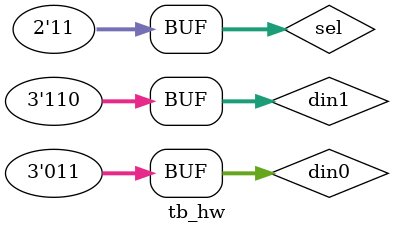
<source format=v>
`timescale 1ns/100ps

module tb_hw;

reg [2:0] din0;
reg [2:0] din1;
reg [1:0] sel;

wire [2:0] dout;
wire [2:0] dout2;
wire [2:0] dout3;
wire [2:0] dout4;

initial begin
	din0 = 3'h2;
	din1 = 3'h1;
	sel = 2'h0;
	#(10) sel = 2'h1;
	#(10) sel = 2'h2;
	#(10) sel = 2'h3;

	#(10);
	din0 = 3'h3;
	din1 = -3'h2;
	sel = 2'h0;
	#(10) sel = 2'h1;
	#(10) sel = 2'h2;
	#(10) sel = 2'h3;
	#(10);
 end

 hw_assign u_hw_assign(
	  .din0(din0),
    .din1(din1),
    .sel(sel),
    .dout(dout)
    );
 hw_always u_hw_always(
	  .din0(din0),
    .din1(din1),
    .sel(sel),
    .dout(dout2)
    );
 hw_always_if_else u_hw_always_if_else(
	  .din0(din0),
    .din1(din1),
    .sel(sel),
    .dout(dout3)
    );
 hw_always_case u_hw_always_case(
	  .din0(din0),
    .din1(din1),
    .sel(sel),
    .dout(dout4)
    );

endmodule
</source>
